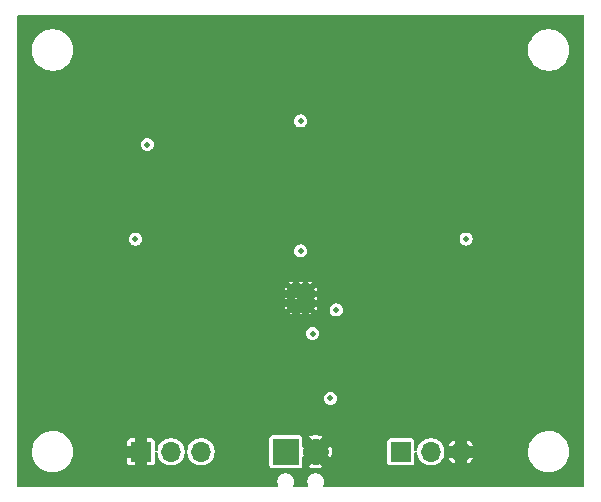
<source format=gbr>
%TF.GenerationSoftware,KiCad,Pcbnew,8.0.2*%
%TF.CreationDate,2025-01-07T09:10:32-03:00*%
%TF.ProjectId,LumiCom_Transmitter,4c756d69-436f-46d5-9f54-72616e736d69,rev?*%
%TF.SameCoordinates,Original*%
%TF.FileFunction,Copper,L2,Inr*%
%TF.FilePolarity,Positive*%
%FSLAX46Y46*%
G04 Gerber Fmt 4.6, Leading zero omitted, Abs format (unit mm)*
G04 Created by KiCad (PCBNEW 8.0.2) date 2025-01-07 09:10:32*
%MOMM*%
%LPD*%
G01*
G04 APERTURE LIST*
%TA.AperFunction,ComponentPad*%
%ADD10R,1.700000X1.700000*%
%TD*%
%TA.AperFunction,ComponentPad*%
%ADD11O,1.700000X1.700000*%
%TD*%
%TA.AperFunction,HeatsinkPad*%
%ADD12C,0.500000*%
%TD*%
%TA.AperFunction,ComponentPad*%
%ADD13R,2.200000X2.200000*%
%TD*%
%TA.AperFunction,ComponentPad*%
%ADD14C,2.200000*%
%TD*%
%TA.AperFunction,ViaPad*%
%ADD15C,0.500000*%
%TD*%
G04 APERTURE END LIST*
D10*
%TO.N,VCC*%
%TO.C,JP_A1*%
X33475000Y4000000D03*
D11*
%TO.N,Net-(JP_A1-C)*%
X36015000Y4000000D03*
%TO.N,GND*%
X38554999Y4000000D03*
%TD*%
D12*
%TO.N,GND*%
%TO.C,U1*%
X24200000Y17800000D03*
X24200000Y16200000D03*
X24200001Y17000000D03*
X25000000Y17799999D03*
X25000000Y17000000D03*
X25000000Y16200001D03*
X25799999Y17000000D03*
X25800000Y17800000D03*
X25800000Y16200000D03*
%TD*%
D10*
%TO.N,GND*%
%TO.C,JP_A0*%
X11474999Y4000000D03*
D11*
%TO.N,Net-(JP_A0-C)*%
X14014999Y4000000D03*
%TO.N,VCC*%
X16554998Y4000000D03*
%TD*%
D13*
%TO.N,Net-(J1-Pin_1)*%
%TO.C,J1*%
X23730000Y4000000D03*
D14*
%TO.N,GND*%
X26270000Y4000000D03*
%TD*%
D15*
%TO.N,GND*%
X29000000Y15000000D03*
X29000000Y13000000D03*
X23000000Y14000000D03*
X27000000Y14000000D03*
X26000000Y13000000D03*
X22000000Y10000000D03*
X28000000Y14000000D03*
X21000000Y13000000D03*
X21000000Y15000000D03*
X19000000Y11000000D03*
X19000000Y14000000D03*
X31000000Y24000000D03*
X21000000Y10000000D03*
X20000000Y14000000D03*
X20000000Y11000000D03*
X24000000Y11000000D03*
X20000000Y10000000D03*
X20000000Y12000000D03*
X11000000Y12000000D03*
X21000000Y24000000D03*
X15000000Y8000000D03*
X23000000Y13000000D03*
X22890000Y14890000D03*
X25000000Y14000000D03*
X20000000Y15000000D03*
X19000000Y13000000D03*
X28000000Y13000000D03*
X24000000Y13000000D03*
X28000000Y11000000D03*
X22000000Y15000000D03*
X23000000Y11000000D03*
X31000000Y14000000D03*
X26000000Y12000000D03*
X19000000Y12000000D03*
X30000000Y12000000D03*
X31000000Y13000000D03*
X22000000Y14000000D03*
X24000000Y12000000D03*
X35000000Y8000000D03*
X31000000Y10000000D03*
X19000000Y24000000D03*
X29000000Y14000000D03*
X14000000Y25000000D03*
X23000000Y12000000D03*
X29000000Y22000000D03*
X30000000Y13000000D03*
X19000000Y10000000D03*
X22000000Y12000000D03*
X19000000Y22000000D03*
X31000000Y22000000D03*
X36000000Y25000000D03*
X27000000Y13000000D03*
X25000000Y27000000D03*
X29000000Y10000000D03*
X22000000Y13000000D03*
X29000000Y11000000D03*
X19000000Y15000000D03*
X28000000Y15000000D03*
X28000000Y12000000D03*
X20000000Y13000000D03*
X26000000Y11000000D03*
X21000000Y12000000D03*
X39000000Y12000000D03*
X21000000Y14000000D03*
X22000000Y11000000D03*
X30000000Y11000000D03*
X27000000Y11000000D03*
X21000000Y22000000D03*
X29000000Y24000000D03*
X28000000Y10000000D03*
X31000000Y12000000D03*
X24000000Y14000000D03*
X31000000Y11000000D03*
X30000000Y15000000D03*
X29000000Y12000000D03*
X23000000Y10000000D03*
X30000000Y10000000D03*
X27000000Y10000000D03*
X3000000Y30000000D03*
X27000000Y12000000D03*
X30000000Y14000000D03*
X31000000Y15000000D03*
X21000000Y11000000D03*
%TO.N,VCC*%
X25000000Y32000000D03*
X12000000Y30000000D03*
X27500000Y8500000D03*
X11000000Y22000000D03*
X25000000Y21000000D03*
X39000000Y22000000D03*
%TO.N,Net-(JP_A0-C)*%
X26000000Y14000000D03*
%TO.N,Net-(JP_A1-C)*%
X28000000Y16000000D03*
%TD*%
%TA.AperFunction,Conductor*%
%TO.N,GND*%
G36*
X48943039Y40980315D02*
G01*
X48988794Y40927511D01*
X49000000Y40876000D01*
X49000000Y1124000D01*
X48980315Y1056961D01*
X48927511Y1011206D01*
X48876000Y1000000D01*
X27023257Y1000000D01*
X26956218Y1019685D01*
X26910463Y1072489D01*
X26900519Y1141647D01*
X26908696Y1171452D01*
X26943578Y1255668D01*
X26943580Y1255672D01*
X26970500Y1391007D01*
X26970500Y1528993D01*
X26970500Y1528996D01*
X26943581Y1664323D01*
X26943580Y1664324D01*
X26943580Y1664328D01*
X26943578Y1664333D01*
X26890778Y1791805D01*
X26890771Y1791818D01*
X26814114Y1906542D01*
X26814111Y1906546D01*
X26716545Y2004112D01*
X26716541Y2004115D01*
X26601817Y2080772D01*
X26601804Y2080779D01*
X26474332Y2133579D01*
X26474322Y2133582D01*
X26338995Y2160500D01*
X26338993Y2160500D01*
X26201007Y2160500D01*
X26201005Y2160500D01*
X26065677Y2133582D01*
X26065667Y2133579D01*
X25938195Y2080779D01*
X25938182Y2080772D01*
X25823458Y2004115D01*
X25823454Y2004112D01*
X25725888Y1906546D01*
X25725885Y1906542D01*
X25649228Y1791818D01*
X25649221Y1791805D01*
X25596421Y1664333D01*
X25596418Y1664323D01*
X25569500Y1528996D01*
X25569500Y1528993D01*
X25569500Y1391007D01*
X25569500Y1391005D01*
X25569499Y1391005D01*
X25596418Y1255678D01*
X25596421Y1255668D01*
X25631304Y1171452D01*
X25638773Y1101982D01*
X25607497Y1039503D01*
X25547408Y1003852D01*
X25516743Y1000000D01*
X24483257Y1000000D01*
X24416218Y1019685D01*
X24370463Y1072489D01*
X24360519Y1141647D01*
X24368696Y1171452D01*
X24403578Y1255668D01*
X24403580Y1255672D01*
X24430500Y1391007D01*
X24430500Y1528993D01*
X24430500Y1528996D01*
X24403581Y1664323D01*
X24403580Y1664324D01*
X24403580Y1664328D01*
X24403578Y1664333D01*
X24350778Y1791805D01*
X24350771Y1791818D01*
X24274114Y1906542D01*
X24274111Y1906546D01*
X24176545Y2004112D01*
X24176541Y2004115D01*
X24061817Y2080772D01*
X24061804Y2080779D01*
X23934332Y2133579D01*
X23934322Y2133582D01*
X23798995Y2160500D01*
X23798993Y2160500D01*
X23661007Y2160500D01*
X23661005Y2160500D01*
X23525677Y2133582D01*
X23525667Y2133579D01*
X23398195Y2080779D01*
X23398182Y2080772D01*
X23283458Y2004115D01*
X23283454Y2004112D01*
X23185888Y1906546D01*
X23185885Y1906542D01*
X23109228Y1791818D01*
X23109221Y1791805D01*
X23056421Y1664333D01*
X23056418Y1664323D01*
X23029500Y1528996D01*
X23029500Y1528993D01*
X23029500Y1391007D01*
X23029500Y1391005D01*
X23029499Y1391005D01*
X23056418Y1255678D01*
X23056421Y1255668D01*
X23091304Y1171452D01*
X23098773Y1101982D01*
X23067497Y1039503D01*
X23007408Y1003852D01*
X22976743Y1000000D01*
X1124000Y1000000D01*
X1056961Y1019685D01*
X1011206Y1072489D01*
X1000000Y1124000D01*
X1000000Y4114742D01*
X2249500Y4114742D01*
X2249500Y3885259D01*
X2274446Y3695785D01*
X2279452Y3657762D01*
X2317371Y3516245D01*
X2338842Y3436113D01*
X2426650Y3224124D01*
X2426657Y3224110D01*
X2541392Y3025383D01*
X2681081Y2843339D01*
X2681089Y2843330D01*
X2843330Y2681089D01*
X2843338Y2681082D01*
X3025382Y2541393D01*
X3025385Y2541392D01*
X3025388Y2541389D01*
X3224112Y2426656D01*
X3224117Y2426654D01*
X3224123Y2426651D01*
X3315480Y2388810D01*
X3436113Y2338842D01*
X3657762Y2279452D01*
X3885266Y2249500D01*
X3885273Y2249500D01*
X4114727Y2249500D01*
X4114734Y2249500D01*
X4342238Y2279452D01*
X4563887Y2338842D01*
X4775888Y2426656D01*
X4974612Y2541389D01*
X5156661Y2681081D01*
X5156665Y2681086D01*
X5156670Y2681089D01*
X5318911Y2843330D01*
X5318914Y2843335D01*
X5318919Y2843339D01*
X5458611Y3025388D01*
X5504699Y3105215D01*
X10325000Y3105215D01*
X10325001Y3105192D01*
X10327907Y3080131D01*
X10327908Y3080127D01*
X10373210Y2977526D01*
X10373213Y2977521D01*
X10452519Y2898215D01*
X10452524Y2898212D01*
X10555122Y2852911D01*
X10580205Y2850001D01*
X10974998Y2850001D01*
X10974999Y2850002D01*
X10974999Y3500000D01*
X10325000Y3500000D01*
X10325000Y3105215D01*
X5504699Y3105215D01*
X5573344Y3224112D01*
X5661158Y3436113D01*
X5720548Y3657762D01*
X5750500Y3885266D01*
X5750500Y4065826D01*
X10974999Y4065826D01*
X10974999Y3934174D01*
X11009074Y3807007D01*
X11074900Y3692993D01*
X11167992Y3599901D01*
X11282006Y3534075D01*
X11409173Y3500000D01*
X11540825Y3500000D01*
X11667992Y3534075D01*
X11782006Y3599901D01*
X11875098Y3692993D01*
X11940924Y3807007D01*
X11974999Y3934174D01*
X11974999Y2850001D01*
X12369785Y2850001D01*
X12369807Y2850003D01*
X12394868Y2852909D01*
X12394872Y2852910D01*
X12497473Y2898212D01*
X12497478Y2898215D01*
X12576784Y2977521D01*
X12576787Y2977526D01*
X12622088Y3080123D01*
X12622088Y3080125D01*
X12624998Y3105206D01*
X12624998Y3849347D01*
X12644682Y3916386D01*
X12697486Y3962141D01*
X12766645Y3972085D01*
X12830201Y3943060D01*
X12867975Y3884282D01*
X12872469Y3860789D01*
X12877453Y3807007D01*
X12879243Y3787690D01*
X12932674Y3599901D01*
X12937595Y3582608D01*
X12937595Y3582606D01*
X13032631Y3391747D01*
X13159226Y3224110D01*
X13161127Y3221593D01*
X13318697Y3077948D01*
X13499980Y2965702D01*
X13698801Y2888679D01*
X13908389Y2849500D01*
X13908391Y2849500D01*
X14121607Y2849500D01*
X14121609Y2849500D01*
X14331197Y2888679D01*
X14530018Y2965702D01*
X14711301Y3077948D01*
X14868871Y3221593D01*
X14997365Y3391745D01*
X15015850Y3428868D01*
X15092402Y3582606D01*
X15092402Y3582607D01*
X15092404Y3582611D01*
X15150755Y3787690D01*
X15161527Y3903948D01*
X15187313Y3968883D01*
X15229629Y3999196D01*
X15338118Y3999196D01*
X15374501Y3978326D01*
X15406691Y3916314D01*
X15408469Y3903947D01*
X15417452Y3807007D01*
X15419242Y3787690D01*
X15472673Y3599901D01*
X15477594Y3582608D01*
X15477594Y3582606D01*
X15572630Y3391747D01*
X15699225Y3224110D01*
X15701126Y3221593D01*
X15858696Y3077948D01*
X16039979Y2965702D01*
X16238800Y2888679D01*
X16448388Y2849500D01*
X16448390Y2849500D01*
X16661606Y2849500D01*
X16661608Y2849500D01*
X16871196Y2888679D01*
X17070017Y2965702D01*
X17251300Y3077948D01*
X17408870Y3221593D01*
X17537364Y3391745D01*
X17555849Y3428868D01*
X17632401Y3582606D01*
X17632401Y3582607D01*
X17632403Y3582611D01*
X17690754Y3787690D01*
X17710427Y4000000D01*
X17710426Y4000006D01*
X17706815Y4038982D01*
X17690754Y4212310D01*
X17632403Y4417389D01*
X17632401Y4417394D01*
X17632401Y4417395D01*
X17537365Y4608254D01*
X17408870Y4778407D01*
X17251300Y4922052D01*
X17070017Y5034298D01*
X17070015Y5034299D01*
X16970606Y5072810D01*
X16871196Y5111321D01*
X16691731Y5144869D01*
X22329500Y5144869D01*
X22329500Y2855144D01*
X22329502Y2855118D01*
X22332413Y2830013D01*
X22332415Y2830009D01*
X22377793Y2727236D01*
X22377794Y2727235D01*
X22457235Y2647794D01*
X22560009Y2602415D01*
X22585135Y2599500D01*
X24874864Y2599501D01*
X24874879Y2599503D01*
X24874882Y2599503D01*
X24899987Y2602414D01*
X24899988Y2602415D01*
X24899991Y2602415D01*
X25002765Y2647794D01*
X25073787Y2718816D01*
X25695919Y2718816D01*
X25705693Y2713527D01*
X25705707Y2713521D01*
X25925139Y2638189D01*
X26153993Y2600000D01*
X26386007Y2600000D01*
X26614860Y2638189D01*
X26834290Y2713519D01*
X26834299Y2713523D01*
X26844078Y2718816D01*
X26844079Y2718816D01*
X26266531Y3296364D01*
X26253350Y3287557D01*
X26250315Y3277219D01*
X26233681Y3256577D01*
X25695919Y2718816D01*
X25073787Y2718816D01*
X25082206Y2727235D01*
X25127585Y2830009D01*
X25130500Y2855135D01*
X25130499Y3516248D01*
X25150183Y3583284D01*
X25166818Y3603926D01*
X25562893Y4000001D01*
X25490485Y4072409D01*
X25720000Y4072409D01*
X25720000Y3927591D01*
X25757482Y3787708D01*
X25829890Y3662292D01*
X25932292Y3559890D01*
X26057708Y3487482D01*
X26197591Y3450000D01*
X26342409Y3450000D01*
X26482292Y3487482D01*
X26607708Y3559890D01*
X26710110Y3662292D01*
X26782518Y3787708D01*
X26820000Y3927591D01*
X26820000Y4003469D01*
X26973636Y4003469D01*
X27548238Y3428867D01*
X27548239Y3428868D01*
X27598681Y3543860D01*
X27655638Y3768782D01*
X27674798Y4000000D01*
X27674798Y4000006D01*
X27655638Y4231219D01*
X27598682Y4456135D01*
X27548238Y4571135D01*
X27013424Y4036319D01*
X26985339Y4020984D01*
X26973636Y4003469D01*
X26820000Y4003469D01*
X26820000Y4072409D01*
X26782518Y4212292D01*
X26710110Y4337708D01*
X26607708Y4440110D01*
X26482292Y4512518D01*
X26342409Y4550000D01*
X26197591Y4550000D01*
X26057708Y4512518D01*
X25932292Y4440110D01*
X25829890Y4337708D01*
X25757482Y4212292D01*
X25720000Y4072409D01*
X25490485Y4072409D01*
X25166818Y4396076D01*
X25133333Y4457399D01*
X25130499Y4483757D01*
X25130499Y5144857D01*
X25130499Y5144864D01*
X25130241Y5147092D01*
X25127586Y5169988D01*
X25127585Y5169990D01*
X25127585Y5169991D01*
X25082206Y5272765D01*
X25073785Y5281186D01*
X25695919Y5281186D01*
X26269998Y4707108D01*
X26269999Y4707107D01*
X26270000Y4707107D01*
X26270000Y4707108D01*
X26457761Y4894869D01*
X32324500Y4894869D01*
X32324500Y3105144D01*
X32324502Y3105118D01*
X32327413Y3080013D01*
X32327415Y3080009D01*
X32372793Y2977236D01*
X32372794Y2977235D01*
X32452235Y2897794D01*
X32555009Y2852415D01*
X32580135Y2849500D01*
X34369864Y2849501D01*
X34369879Y2849503D01*
X34369882Y2849503D01*
X34394987Y2852414D01*
X34394988Y2852415D01*
X34394991Y2852415D01*
X34497765Y2897794D01*
X34577206Y2977235D01*
X34622585Y3080009D01*
X34625500Y3105135D01*
X34625499Y3843954D01*
X34645183Y3910991D01*
X34697987Y3956746D01*
X34767146Y3966690D01*
X34830702Y3937665D01*
X34868476Y3878887D01*
X34872970Y3855394D01*
X34877454Y3807007D01*
X34879244Y3787690D01*
X34932675Y3599901D01*
X34937596Y3582608D01*
X34937596Y3582606D01*
X35032632Y3391747D01*
X35159227Y3224110D01*
X35161128Y3221593D01*
X35318698Y3077948D01*
X35499981Y2965702D01*
X35698802Y2888679D01*
X35908390Y2849500D01*
X35908392Y2849500D01*
X36121608Y2849500D01*
X36121610Y2849500D01*
X36331198Y2888679D01*
X36530019Y2965702D01*
X36711302Y3077948D01*
X36868872Y3221593D01*
X36997366Y3391745D01*
X37015851Y3428868D01*
X37051270Y3500000D01*
X37519287Y3500000D01*
X37573058Y3392011D01*
X37701499Y3221929D01*
X37858999Y3078349D01*
X37859001Y3078347D01*
X38040201Y2966153D01*
X38040203Y2966152D01*
X38054999Y2960421D01*
X38054999Y2960422D01*
X39054999Y2960422D01*
X39069794Y2966152D01*
X39069796Y2966153D01*
X39250996Y3078347D01*
X39250998Y3078349D01*
X39408498Y3221929D01*
X39536939Y3392011D01*
X39590711Y3500000D01*
X39054999Y3500000D01*
X39054999Y2960422D01*
X38054999Y2960422D01*
X38054999Y3500000D01*
X37519287Y3500000D01*
X37051270Y3500000D01*
X37092403Y3582606D01*
X37092403Y3582607D01*
X37092405Y3582611D01*
X37150756Y3787690D01*
X37170429Y4000000D01*
X37170428Y4000006D01*
X37166817Y4038982D01*
X37164330Y4065826D01*
X38054999Y4065826D01*
X38054999Y3934174D01*
X38089074Y3807007D01*
X38154900Y3692993D01*
X38247992Y3599901D01*
X38362006Y3534075D01*
X38489173Y3500000D01*
X38620825Y3500000D01*
X38747992Y3534075D01*
X38862006Y3599901D01*
X38955098Y3692993D01*
X39020924Y3807007D01*
X39054999Y3934174D01*
X39054999Y4065826D01*
X39041892Y4114742D01*
X44249500Y4114742D01*
X44249500Y3885259D01*
X44274446Y3695785D01*
X44279452Y3657762D01*
X44317371Y3516245D01*
X44338842Y3436113D01*
X44426650Y3224124D01*
X44426657Y3224110D01*
X44541392Y3025383D01*
X44681081Y2843339D01*
X44681089Y2843330D01*
X44843330Y2681089D01*
X44843338Y2681082D01*
X45025382Y2541393D01*
X45025385Y2541392D01*
X45025388Y2541389D01*
X45224112Y2426656D01*
X45224117Y2426654D01*
X45224123Y2426651D01*
X45315480Y2388810D01*
X45436113Y2338842D01*
X45657762Y2279452D01*
X45885266Y2249500D01*
X45885273Y2249500D01*
X46114727Y2249500D01*
X46114734Y2249500D01*
X46342238Y2279452D01*
X46563887Y2338842D01*
X46775888Y2426656D01*
X46974612Y2541389D01*
X47156661Y2681081D01*
X47156665Y2681086D01*
X47156670Y2681089D01*
X47318911Y2843330D01*
X47318914Y2843335D01*
X47318919Y2843339D01*
X47458611Y3025388D01*
X47573344Y3224112D01*
X47661158Y3436113D01*
X47720548Y3657762D01*
X47750500Y3885266D01*
X47750500Y4114734D01*
X47720548Y4342238D01*
X47661158Y4563887D01*
X47573344Y4775888D01*
X47458611Y4974612D01*
X47458608Y4974615D01*
X47458607Y4974618D01*
X47353710Y5111321D01*
X47318919Y5156661D01*
X47318918Y5156662D01*
X47318911Y5156670D01*
X47156670Y5318911D01*
X47156661Y5318919D01*
X46974617Y5458608D01*
X46775890Y5573343D01*
X46775876Y5573350D01*
X46563887Y5661158D01*
X46342238Y5720548D01*
X46304215Y5725554D01*
X46114741Y5750500D01*
X46114734Y5750500D01*
X45885266Y5750500D01*
X45885258Y5750500D01*
X45668715Y5721991D01*
X45657762Y5720548D01*
X45564076Y5695446D01*
X45436112Y5661158D01*
X45224123Y5573350D01*
X45224109Y5573343D01*
X45025382Y5458608D01*
X44843338Y5318919D01*
X44681081Y5156662D01*
X44541392Y4974618D01*
X44426657Y4775891D01*
X44426650Y4775877D01*
X44341844Y4571135D01*
X44338842Y4563887D01*
X44299590Y4417393D01*
X44279453Y4342241D01*
X44279451Y4342230D01*
X44249500Y4114742D01*
X39041892Y4114742D01*
X39020924Y4192993D01*
X38955098Y4307007D01*
X38862006Y4400099D01*
X38747992Y4465925D01*
X38620825Y4500000D01*
X39054999Y4500000D01*
X39590711Y4500000D01*
X39590711Y4500001D01*
X39536939Y4607990D01*
X39408498Y4778072D01*
X39250998Y4921652D01*
X39250996Y4921654D01*
X39069800Y5033845D01*
X39069792Y5033849D01*
X39054999Y5039581D01*
X39054999Y4500000D01*
X38620825Y4500000D01*
X38489173Y4500000D01*
X38362006Y4465925D01*
X38247992Y4400099D01*
X38154900Y4307007D01*
X38089074Y4192993D01*
X38054999Y4065826D01*
X37164330Y4065826D01*
X37150756Y4212310D01*
X37092405Y4417389D01*
X37092403Y4417394D01*
X37092403Y4417395D01*
X37051270Y4500001D01*
X37519286Y4500001D01*
X37519287Y4500000D01*
X38054999Y4500000D01*
X38054999Y5039580D01*
X38054998Y5039581D01*
X38040205Y5033849D01*
X38040197Y5033845D01*
X37859001Y4921654D01*
X37858999Y4921652D01*
X37701499Y4778072D01*
X37573058Y4607990D01*
X37519286Y4500001D01*
X37051270Y4500001D01*
X36997367Y4608254D01*
X36868872Y4778407D01*
X36711302Y4922052D01*
X36530019Y5034298D01*
X36530017Y5034299D01*
X36430608Y5072810D01*
X36331198Y5111321D01*
X36121610Y5150500D01*
X35908390Y5150500D01*
X35698802Y5111321D01*
X35698799Y5111321D01*
X35698799Y5111320D01*
X35499982Y5034299D01*
X35499980Y5034298D01*
X35318699Y4922053D01*
X35161127Y4778407D01*
X35032632Y4608254D01*
X34937596Y4417395D01*
X34937596Y4417393D01*
X34879244Y4212311D01*
X34872970Y4144606D01*
X34847183Y4079669D01*
X34790383Y4038982D01*
X34720602Y4035462D01*
X34659995Y4070228D01*
X34627806Y4132241D01*
X34625499Y4156048D01*
X34625499Y4894857D01*
X34625499Y4894864D01*
X34625497Y4894883D01*
X34622586Y4919988D01*
X34622585Y4919990D01*
X34622585Y4919991D01*
X34577206Y5022765D01*
X34497765Y5102206D01*
X34477124Y5111320D01*
X34394992Y5147585D01*
X34369865Y5150500D01*
X32580143Y5150500D01*
X32580117Y5150498D01*
X32555012Y5147587D01*
X32555008Y5147585D01*
X32452235Y5102207D01*
X32372794Y5022766D01*
X32327415Y4919994D01*
X32327415Y4919992D01*
X32324500Y4894869D01*
X26457761Y4894869D01*
X26844079Y5281186D01*
X26844078Y5281187D01*
X26834300Y5286478D01*
X26614860Y5361812D01*
X26386007Y5400000D01*
X26153993Y5400000D01*
X25925139Y5361812D01*
X25705709Y5286481D01*
X25705702Y5286479D01*
X25695919Y5281186D01*
X25073785Y5281186D01*
X25002765Y5352206D01*
X25002763Y5352207D01*
X24899992Y5397585D01*
X24874865Y5400500D01*
X22585143Y5400500D01*
X22585117Y5400498D01*
X22560012Y5397587D01*
X22560008Y5397585D01*
X22457235Y5352207D01*
X22377794Y5272766D01*
X22332415Y5169994D01*
X22332415Y5169992D01*
X22329500Y5144869D01*
X16691731Y5144869D01*
X16661608Y5150500D01*
X16448388Y5150500D01*
X16238800Y5111321D01*
X16238797Y5111321D01*
X16238797Y5111320D01*
X16039980Y5034299D01*
X16039978Y5034298D01*
X15858697Y4922053D01*
X15701125Y4778407D01*
X15572630Y4608254D01*
X15477594Y4417395D01*
X15477594Y4417393D01*
X15419242Y4212311D01*
X15408469Y4096054D01*
X15382683Y4031117D01*
X15338118Y3999196D01*
X15229629Y3999196D01*
X15231876Y4000806D01*
X15195495Y4021676D01*
X15163305Y4083688D01*
X15161527Y4096055D01*
X15159797Y4114728D01*
X15150755Y4212310D01*
X15092404Y4417389D01*
X15092402Y4417394D01*
X15092402Y4417395D01*
X14997366Y4608254D01*
X14868871Y4778407D01*
X14711301Y4922052D01*
X14530018Y5034298D01*
X14530016Y5034299D01*
X14430607Y5072810D01*
X14331197Y5111321D01*
X14121609Y5150500D01*
X13908389Y5150500D01*
X13698801Y5111321D01*
X13698798Y5111321D01*
X13698798Y5111320D01*
X13499981Y5034299D01*
X13499979Y5034298D01*
X13318698Y4922053D01*
X13161126Y4778407D01*
X13032631Y4608254D01*
X12937595Y4417395D01*
X12937595Y4417393D01*
X12879243Y4212311D01*
X12872469Y4139210D01*
X12846682Y4074273D01*
X12789882Y4033586D01*
X12720101Y4030066D01*
X12659495Y4064832D01*
X12627305Y4126845D01*
X12624998Y4150652D01*
X12624998Y4894786D01*
X12624996Y4894809D01*
X12622090Y4919870D01*
X12622089Y4919874D01*
X12576787Y5022475D01*
X12576784Y5022480D01*
X12497478Y5101786D01*
X12497473Y5101789D01*
X12394875Y5147090D01*
X12369793Y5150000D01*
X11974999Y5150000D01*
X11974999Y4065826D01*
X11940924Y4192993D01*
X11875098Y4307007D01*
X11782006Y4400099D01*
X11667992Y4465925D01*
X11540825Y4500000D01*
X11409173Y4500000D01*
X11282006Y4465925D01*
X11167992Y4400099D01*
X11074900Y4307007D01*
X11009074Y4192993D01*
X10974999Y4065826D01*
X5750500Y4065826D01*
X5750500Y4114734D01*
X5720548Y4342238D01*
X5661158Y4563887D01*
X5573344Y4775888D01*
X5504693Y4894795D01*
X10324999Y4894795D01*
X10324999Y4500000D01*
X10974999Y4500000D01*
X10974999Y5150000D01*
X10580213Y5150000D01*
X10580190Y5149998D01*
X10555129Y5147092D01*
X10555125Y5147091D01*
X10452524Y5101789D01*
X10452519Y5101786D01*
X10373213Y5022480D01*
X10373210Y5022475D01*
X10327909Y4919878D01*
X10327909Y4919876D01*
X10324999Y4894795D01*
X5504693Y4894795D01*
X5458611Y4974612D01*
X5458608Y4974615D01*
X5458607Y4974618D01*
X5353710Y5111321D01*
X5318919Y5156661D01*
X5318918Y5156662D01*
X5318911Y5156670D01*
X5156670Y5318911D01*
X5156661Y5318919D01*
X4974617Y5458608D01*
X4775890Y5573343D01*
X4775876Y5573350D01*
X4563887Y5661158D01*
X4342238Y5720548D01*
X4304215Y5725554D01*
X4114741Y5750500D01*
X4114734Y5750500D01*
X3885266Y5750500D01*
X3885258Y5750500D01*
X3668715Y5721991D01*
X3657762Y5720548D01*
X3564076Y5695446D01*
X3436112Y5661158D01*
X3224123Y5573350D01*
X3224109Y5573343D01*
X3025382Y5458608D01*
X2843338Y5318919D01*
X2681081Y5156662D01*
X2541392Y4974618D01*
X2426657Y4775891D01*
X2426650Y4775877D01*
X2341844Y4571135D01*
X2338842Y4563887D01*
X2299590Y4417393D01*
X2279453Y4342241D01*
X2279451Y4342230D01*
X2249500Y4114742D01*
X1000000Y4114742D01*
X1000000Y8500001D01*
X26944750Y8500001D01*
X26944750Y8500000D01*
X26963670Y8356292D01*
X26963671Y8356288D01*
X27019137Y8222378D01*
X27019138Y8222376D01*
X27019139Y8222375D01*
X27107379Y8107379D01*
X27222375Y8019139D01*
X27356291Y7963670D01*
X27483280Y7946952D01*
X27499999Y7944750D01*
X27500000Y7944750D01*
X27500001Y7944750D01*
X27514977Y7946722D01*
X27643709Y7963670D01*
X27777625Y8019139D01*
X27892621Y8107379D01*
X27980861Y8222375D01*
X28036330Y8356291D01*
X28055250Y8500000D01*
X28036330Y8643709D01*
X27980861Y8777625D01*
X27892621Y8892621D01*
X27777625Y8980861D01*
X27777624Y8980862D01*
X27777622Y8980863D01*
X27643712Y9036329D01*
X27643710Y9036330D01*
X27643709Y9036330D01*
X27571854Y9045790D01*
X27500001Y9055250D01*
X27499999Y9055250D01*
X27356291Y9036330D01*
X27356287Y9036329D01*
X27222377Y8980863D01*
X27107379Y8892621D01*
X27019137Y8777623D01*
X26963671Y8643713D01*
X26963670Y8643709D01*
X26944750Y8500001D01*
X1000000Y8500001D01*
X1000000Y14000001D01*
X25444750Y14000001D01*
X25444750Y14000000D01*
X25463670Y13856292D01*
X25463671Y13856288D01*
X25519137Y13722378D01*
X25519138Y13722376D01*
X25519139Y13722375D01*
X25607379Y13607379D01*
X25722375Y13519139D01*
X25856291Y13463670D01*
X25983280Y13446952D01*
X25999999Y13444750D01*
X26000000Y13444750D01*
X26000001Y13444750D01*
X26014977Y13446722D01*
X26143709Y13463670D01*
X26277625Y13519139D01*
X26392621Y13607379D01*
X26480861Y13722375D01*
X26536330Y13856291D01*
X26555250Y14000000D01*
X26536330Y14143709D01*
X26480861Y14277625D01*
X26392621Y14392621D01*
X26277625Y14480861D01*
X26277624Y14480862D01*
X26277622Y14480863D01*
X26143712Y14536329D01*
X26143710Y14536330D01*
X26143709Y14536330D01*
X26071854Y14545790D01*
X26000001Y14555250D01*
X25999999Y14555250D01*
X25856291Y14536330D01*
X25856287Y14536329D01*
X25722377Y14480863D01*
X25607379Y14392621D01*
X25519137Y14277623D01*
X25463671Y14143713D01*
X25463670Y14143709D01*
X25444750Y14000001D01*
X1000000Y14000001D01*
X1000000Y15675497D01*
X24029048Y15675497D01*
X24029048Y15675496D01*
X24056420Y15664158D01*
X24199999Y15645254D01*
X24200001Y15645254D01*
X24343574Y15664157D01*
X24343578Y15664158D01*
X24370951Y15675497D01*
X24370950Y15675498D01*
X24829048Y15675498D01*
X24829048Y15675497D01*
X24856420Y15664159D01*
X24999999Y15645255D01*
X25000001Y15645255D01*
X25143574Y15664158D01*
X25143578Y15664159D01*
X25170949Y15675497D01*
X25629048Y15675497D01*
X25629048Y15675496D01*
X25656420Y15664158D01*
X25799999Y15645254D01*
X25800001Y15645254D01*
X25943574Y15664157D01*
X25943578Y15664158D01*
X25970951Y15675497D01*
X25800001Y15846447D01*
X25629048Y15675497D01*
X25170949Y15675497D01*
X25170951Y15675498D01*
X25000001Y15846448D01*
X24829048Y15675498D01*
X24370950Y15675498D01*
X24200001Y15846447D01*
X24029048Y15675497D01*
X1000000Y15675497D01*
X1000000Y16000001D01*
X27444750Y16000001D01*
X27444750Y16000000D01*
X27463670Y15856292D01*
X27463671Y15856288D01*
X27519137Y15722378D01*
X27519138Y15722376D01*
X27519139Y15722375D01*
X27607379Y15607379D01*
X27722375Y15519139D01*
X27856291Y15463670D01*
X27983280Y15446952D01*
X27999999Y15444750D01*
X28000000Y15444750D01*
X28000001Y15444750D01*
X28014977Y15446722D01*
X28143709Y15463670D01*
X28277625Y15519139D01*
X28392621Y15607379D01*
X28480861Y15722375D01*
X28536330Y15856291D01*
X28555250Y16000000D01*
X28536330Y16143709D01*
X28480861Y16277625D01*
X28392621Y16392621D01*
X28277625Y16480861D01*
X28277624Y16480862D01*
X28277622Y16480863D01*
X28143712Y16536329D01*
X28143710Y16536330D01*
X28143709Y16536330D01*
X28071854Y16545790D01*
X28000001Y16555250D01*
X27999999Y16555250D01*
X27856291Y16536330D01*
X27856287Y16536329D01*
X27722377Y16480863D01*
X27607379Y16392621D01*
X27519137Y16277623D01*
X27463671Y16143713D01*
X27463670Y16143709D01*
X27444750Y16000001D01*
X1000000Y16000001D01*
X1000000Y16200001D01*
X23645254Y16200001D01*
X23645254Y16200000D01*
X23664157Y16056421D01*
X23664157Y16056420D01*
X23675494Y16029050D01*
X23846446Y16200001D01*
X23826556Y16219891D01*
X24100000Y16219891D01*
X24100000Y16180109D01*
X24115224Y16143355D01*
X24143355Y16115224D01*
X24180109Y16100000D01*
X24219891Y16100000D01*
X24256645Y16115224D01*
X24284776Y16143355D01*
X24300000Y16180109D01*
X24300000Y16200000D01*
X24553553Y16200000D01*
X24553553Y16199999D01*
X24599998Y16153554D01*
X24646446Y16200002D01*
X24626556Y16219892D01*
X24900000Y16219892D01*
X24900000Y16180110D01*
X24915224Y16143356D01*
X24943355Y16115225D01*
X24980109Y16100001D01*
X25019891Y16100001D01*
X25056645Y16115225D01*
X25084776Y16143356D01*
X25100000Y16180110D01*
X25100000Y16200001D01*
X25353553Y16200001D01*
X25353553Y16200000D01*
X25399999Y16153554D01*
X25446446Y16200001D01*
X25426556Y16219891D01*
X25700000Y16219891D01*
X25700000Y16180109D01*
X25715224Y16143355D01*
X25743355Y16115224D01*
X25780109Y16100000D01*
X25819891Y16100000D01*
X25856645Y16115224D01*
X25884776Y16143355D01*
X25900000Y16180109D01*
X25900000Y16200000D01*
X26153553Y16200000D01*
X26153553Y16199999D01*
X26324503Y16029049D01*
X26335842Y16056422D01*
X26335843Y16056426D01*
X26354746Y16200000D01*
X26354746Y16200001D01*
X26335842Y16343580D01*
X26324504Y16370952D01*
X26324503Y16370952D01*
X26153553Y16200000D01*
X25900000Y16200000D01*
X25900000Y16219891D01*
X25884776Y16256645D01*
X25856645Y16284776D01*
X25819891Y16300000D01*
X25780109Y16300000D01*
X25743355Y16284776D01*
X25715224Y16256645D01*
X25700000Y16219891D01*
X25426556Y16219891D01*
X25399999Y16246448D01*
X25353553Y16200001D01*
X25100000Y16200001D01*
X25100000Y16219892D01*
X25084776Y16256646D01*
X25056645Y16284777D01*
X25019891Y16300001D01*
X24980109Y16300001D01*
X24943355Y16284777D01*
X24915224Y16256646D01*
X24900000Y16219892D01*
X24626556Y16219892D01*
X24600000Y16246448D01*
X24553553Y16200000D01*
X24300000Y16200000D01*
X24300000Y16219891D01*
X24284776Y16256645D01*
X24256645Y16284776D01*
X24219891Y16300000D01*
X24180109Y16300000D01*
X24143355Y16284776D01*
X24115224Y16256645D01*
X24100000Y16219891D01*
X23826556Y16219891D01*
X23675495Y16370952D01*
X23664156Y16343578D01*
X23645254Y16200001D01*
X1000000Y16200001D01*
X1000000Y16600000D01*
X24153553Y16600000D01*
X24199999Y16553554D01*
X24246446Y16600001D01*
X24953553Y16600001D01*
X24999999Y16553555D01*
X25046445Y16600001D01*
X25753552Y16600001D01*
X25799999Y16553554D01*
X25846446Y16600001D01*
X25800000Y16646447D01*
X25753552Y16600001D01*
X25046445Y16600001D01*
X25046446Y16600002D01*
X25000001Y16646447D01*
X24953553Y16600001D01*
X24246446Y16600001D01*
X24246447Y16600002D01*
X24200002Y16646447D01*
X24153553Y16600000D01*
X1000000Y16600000D01*
X1000000Y17000001D01*
X23645255Y17000001D01*
X23645255Y17000000D01*
X23664158Y16856421D01*
X23664158Y16856420D01*
X23675495Y16829050D01*
X23846447Y17000001D01*
X23826557Y17019891D01*
X24100001Y17019891D01*
X24100001Y16980109D01*
X24115225Y16943355D01*
X24143356Y16915224D01*
X24180110Y16900000D01*
X24219892Y16900000D01*
X24256646Y16915224D01*
X24284777Y16943355D01*
X24300001Y16980109D01*
X24300001Y17000000D01*
X24553554Y17000000D01*
X24553554Y16999999D01*
X24599999Y16953554D01*
X24646446Y17000001D01*
X24626556Y17019891D01*
X24900000Y17019891D01*
X24900000Y16980109D01*
X24915224Y16943355D01*
X24943355Y16915224D01*
X24980109Y16900000D01*
X25019891Y16900000D01*
X25056645Y16915224D01*
X25084776Y16943355D01*
X25100000Y16980109D01*
X25100000Y17000000D01*
X25353553Y17000000D01*
X25353553Y16999999D01*
X25399998Y16953554D01*
X25446445Y17000001D01*
X25426555Y17019891D01*
X25699999Y17019891D01*
X25699999Y16980109D01*
X25715223Y16943355D01*
X25743354Y16915224D01*
X25780108Y16900000D01*
X25819890Y16900000D01*
X25856644Y16915224D01*
X25884775Y16943355D01*
X25899999Y16980109D01*
X25899999Y17000000D01*
X26153552Y17000000D01*
X26153552Y16999999D01*
X26324502Y16829049D01*
X26335841Y16856422D01*
X26335842Y16856426D01*
X26354745Y17000000D01*
X26354745Y17000001D01*
X26335841Y17143580D01*
X26324503Y17170952D01*
X26324502Y17170952D01*
X26153552Y17000000D01*
X25899999Y17000000D01*
X25899999Y17019891D01*
X25884775Y17056645D01*
X25856644Y17084776D01*
X25819890Y17100000D01*
X25780108Y17100000D01*
X25743354Y17084776D01*
X25715223Y17056645D01*
X25699999Y17019891D01*
X25426555Y17019891D01*
X25399999Y17046447D01*
X25353553Y17000000D01*
X25100000Y17000000D01*
X25100000Y17019891D01*
X25084776Y17056645D01*
X25056645Y17084776D01*
X25019891Y17100000D01*
X24980109Y17100000D01*
X24943355Y17084776D01*
X24915224Y17056645D01*
X24900000Y17019891D01*
X24626556Y17019891D01*
X24600000Y17046447D01*
X24553554Y17000000D01*
X24300001Y17000000D01*
X24300001Y17019891D01*
X24284777Y17056645D01*
X24256646Y17084776D01*
X24219892Y17100000D01*
X24180110Y17100000D01*
X24143356Y17084776D01*
X24115225Y17056645D01*
X24100001Y17019891D01*
X23826557Y17019891D01*
X23675496Y17170952D01*
X23664157Y17143578D01*
X23645255Y17000001D01*
X1000000Y17000001D01*
X1000000Y17400001D01*
X24153553Y17400001D01*
X24200000Y17353554D01*
X24246446Y17400000D01*
X24953553Y17400000D01*
X24999999Y17353554D01*
X25046445Y17400000D01*
X25753552Y17400000D01*
X25799998Y17353554D01*
X25846446Y17400002D01*
X25800001Y17446447D01*
X25753552Y17400000D01*
X25046445Y17400000D01*
X25046446Y17400001D01*
X25000001Y17446446D01*
X24953553Y17400000D01*
X24246446Y17400000D01*
X24246447Y17400001D01*
X24200001Y17446447D01*
X24153553Y17400001D01*
X1000000Y17400001D01*
X1000000Y17800001D01*
X23645254Y17800001D01*
X23645254Y17800000D01*
X23664157Y17656421D01*
X23664157Y17656420D01*
X23675494Y17629050D01*
X23846446Y17800001D01*
X23826556Y17819891D01*
X24100000Y17819891D01*
X24100000Y17780109D01*
X24115224Y17743355D01*
X24143355Y17715224D01*
X24180109Y17700000D01*
X24219891Y17700000D01*
X24256645Y17715224D01*
X24284776Y17743355D01*
X24300000Y17780109D01*
X24300000Y17800000D01*
X24553553Y17800000D01*
X24553553Y17799999D01*
X24599999Y17753553D01*
X24646446Y17800000D01*
X24626556Y17819890D01*
X24900000Y17819890D01*
X24900000Y17780108D01*
X24915224Y17743354D01*
X24943355Y17715223D01*
X24980109Y17699999D01*
X25019891Y17699999D01*
X25056645Y17715223D01*
X25084776Y17743354D01*
X25100000Y17780108D01*
X25100000Y17799999D01*
X25353553Y17799999D01*
X25353553Y17799998D01*
X25399998Y17753553D01*
X25446446Y17800001D01*
X25426556Y17819891D01*
X25700000Y17819891D01*
X25700000Y17780109D01*
X25715224Y17743355D01*
X25743355Y17715224D01*
X25780109Y17700000D01*
X25819891Y17700000D01*
X25856645Y17715224D01*
X25884776Y17743355D01*
X25900000Y17780109D01*
X25900000Y17800000D01*
X26153553Y17800000D01*
X26153553Y17799999D01*
X26324503Y17629049D01*
X26335842Y17656422D01*
X26335843Y17656426D01*
X26354746Y17800000D01*
X26354746Y17800001D01*
X26335842Y17943580D01*
X26324504Y17970952D01*
X26324503Y17970952D01*
X26153553Y17800000D01*
X25900000Y17800000D01*
X25900000Y17819891D01*
X25884776Y17856645D01*
X25856645Y17884776D01*
X25819891Y17900000D01*
X25780109Y17900000D01*
X25743355Y17884776D01*
X25715224Y17856645D01*
X25700000Y17819891D01*
X25426556Y17819891D01*
X25400000Y17846447D01*
X25353553Y17799999D01*
X25100000Y17799999D01*
X25100000Y17819890D01*
X25084776Y17856644D01*
X25056645Y17884775D01*
X25019891Y17899999D01*
X24980109Y17899999D01*
X24943355Y17884775D01*
X24915224Y17856644D01*
X24900000Y17819890D01*
X24626556Y17819890D01*
X24599999Y17846447D01*
X24553553Y17800000D01*
X24300000Y17800000D01*
X24300000Y17819891D01*
X24284776Y17856645D01*
X24256645Y17884776D01*
X24219891Y17900000D01*
X24180109Y17900000D01*
X24143355Y17884776D01*
X24115224Y17856645D01*
X24100000Y17819891D01*
X23826556Y17819891D01*
X23675495Y17970952D01*
X23664156Y17943578D01*
X23645254Y17800001D01*
X1000000Y17800001D01*
X1000000Y18324505D01*
X24029048Y18324505D01*
X24199999Y18153554D01*
X24370948Y18324504D01*
X24829048Y18324504D01*
X24999999Y18153553D01*
X25170950Y18324505D01*
X25629048Y18324505D01*
X25799999Y18153554D01*
X25970950Y18324506D01*
X25943579Y18335843D01*
X25800001Y18354746D01*
X25799999Y18354746D01*
X25656422Y18335844D01*
X25629048Y18324505D01*
X25170950Y18324505D01*
X25143579Y18335842D01*
X25000001Y18354745D01*
X24999999Y18354745D01*
X24856422Y18335843D01*
X24829048Y18324504D01*
X24370948Y18324504D01*
X24370950Y18324506D01*
X24343579Y18335843D01*
X24200001Y18354746D01*
X24199999Y18354746D01*
X24056422Y18335844D01*
X24029048Y18324505D01*
X1000000Y18324505D01*
X1000000Y21000001D01*
X24444750Y21000001D01*
X24444750Y21000000D01*
X24463670Y20856292D01*
X24463671Y20856288D01*
X24519137Y20722378D01*
X24519138Y20722376D01*
X24519139Y20722375D01*
X24607379Y20607379D01*
X24722375Y20519139D01*
X24856291Y20463670D01*
X24983280Y20446952D01*
X24999999Y20444750D01*
X25000000Y20444750D01*
X25000001Y20444750D01*
X25014977Y20446722D01*
X25143709Y20463670D01*
X25277625Y20519139D01*
X25392621Y20607379D01*
X25480861Y20722375D01*
X25536330Y20856291D01*
X25555250Y21000000D01*
X25536330Y21143709D01*
X25480861Y21277625D01*
X25392621Y21392621D01*
X25277625Y21480861D01*
X25277624Y21480862D01*
X25277622Y21480863D01*
X25143712Y21536329D01*
X25143710Y21536330D01*
X25143709Y21536330D01*
X25071854Y21545790D01*
X25000001Y21555250D01*
X24999999Y21555250D01*
X24856291Y21536330D01*
X24856287Y21536329D01*
X24722377Y21480863D01*
X24607379Y21392621D01*
X24519137Y21277623D01*
X24463671Y21143713D01*
X24463670Y21143709D01*
X24444750Y21000001D01*
X1000000Y21000001D01*
X1000000Y22000001D01*
X10444750Y22000001D01*
X10444750Y22000000D01*
X10463670Y21856292D01*
X10463671Y21856288D01*
X10519137Y21722378D01*
X10519138Y21722376D01*
X10519139Y21722375D01*
X10607379Y21607379D01*
X10722375Y21519139D01*
X10856291Y21463670D01*
X10983280Y21446952D01*
X10999999Y21444750D01*
X11000000Y21444750D01*
X11000001Y21444750D01*
X11014977Y21446722D01*
X11143709Y21463670D01*
X11277625Y21519139D01*
X11392621Y21607379D01*
X11480861Y21722375D01*
X11536330Y21856291D01*
X11555250Y22000000D01*
X11555250Y22000001D01*
X38444750Y22000001D01*
X38444750Y22000000D01*
X38463670Y21856292D01*
X38463671Y21856288D01*
X38519137Y21722378D01*
X38519138Y21722376D01*
X38519139Y21722375D01*
X38607379Y21607379D01*
X38722375Y21519139D01*
X38856291Y21463670D01*
X38983280Y21446952D01*
X38999999Y21444750D01*
X39000000Y21444750D01*
X39000001Y21444750D01*
X39014977Y21446722D01*
X39143709Y21463670D01*
X39277625Y21519139D01*
X39392621Y21607379D01*
X39480861Y21722375D01*
X39536330Y21856291D01*
X39555250Y22000000D01*
X39536330Y22143709D01*
X39480861Y22277625D01*
X39392621Y22392621D01*
X39277625Y22480861D01*
X39277624Y22480862D01*
X39277622Y22480863D01*
X39143712Y22536329D01*
X39143710Y22536330D01*
X39143709Y22536330D01*
X39071854Y22545790D01*
X39000001Y22555250D01*
X38999999Y22555250D01*
X38856291Y22536330D01*
X38856287Y22536329D01*
X38722377Y22480863D01*
X38607379Y22392621D01*
X38519137Y22277623D01*
X38463671Y22143713D01*
X38463670Y22143709D01*
X38444750Y22000001D01*
X11555250Y22000001D01*
X11536330Y22143709D01*
X11480861Y22277625D01*
X11392621Y22392621D01*
X11277625Y22480861D01*
X11277624Y22480862D01*
X11277622Y22480863D01*
X11143712Y22536329D01*
X11143710Y22536330D01*
X11143709Y22536330D01*
X11071854Y22545790D01*
X11000001Y22555250D01*
X10999999Y22555250D01*
X10856291Y22536330D01*
X10856287Y22536329D01*
X10722377Y22480863D01*
X10607379Y22392621D01*
X10519137Y22277623D01*
X10463671Y22143713D01*
X10463670Y22143709D01*
X10444750Y22000001D01*
X1000000Y22000001D01*
X1000000Y30000001D01*
X11444750Y30000001D01*
X11444750Y30000000D01*
X11463670Y29856292D01*
X11463671Y29856288D01*
X11519137Y29722378D01*
X11519138Y29722376D01*
X11519139Y29722375D01*
X11607379Y29607379D01*
X11722375Y29519139D01*
X11856291Y29463670D01*
X11983280Y29446952D01*
X11999999Y29444750D01*
X12000000Y29444750D01*
X12000001Y29444750D01*
X12014977Y29446722D01*
X12143709Y29463670D01*
X12277625Y29519139D01*
X12392621Y29607379D01*
X12480861Y29722375D01*
X12536330Y29856291D01*
X12555250Y30000000D01*
X12536330Y30143709D01*
X12480861Y30277625D01*
X12392621Y30392621D01*
X12277625Y30480861D01*
X12277624Y30480862D01*
X12277622Y30480863D01*
X12143712Y30536329D01*
X12143710Y30536330D01*
X12143709Y30536330D01*
X12071854Y30545790D01*
X12000001Y30555250D01*
X11999999Y30555250D01*
X11856291Y30536330D01*
X11856287Y30536329D01*
X11722377Y30480863D01*
X11607379Y30392621D01*
X11519137Y30277623D01*
X11463671Y30143713D01*
X11463670Y30143709D01*
X11444750Y30000001D01*
X1000000Y30000001D01*
X1000000Y32000001D01*
X24444750Y32000001D01*
X24444750Y32000000D01*
X24463670Y31856292D01*
X24463671Y31856288D01*
X24519137Y31722378D01*
X24519138Y31722376D01*
X24519139Y31722375D01*
X24607379Y31607379D01*
X24722375Y31519139D01*
X24856291Y31463670D01*
X24983280Y31446952D01*
X24999999Y31444750D01*
X25000000Y31444750D01*
X25000001Y31444750D01*
X25014977Y31446722D01*
X25143709Y31463670D01*
X25277625Y31519139D01*
X25392621Y31607379D01*
X25480861Y31722375D01*
X25536330Y31856291D01*
X25555250Y32000000D01*
X25536330Y32143709D01*
X25480861Y32277625D01*
X25392621Y32392621D01*
X25277625Y32480861D01*
X25277624Y32480862D01*
X25277622Y32480863D01*
X25143712Y32536329D01*
X25143710Y32536330D01*
X25143709Y32536330D01*
X25071854Y32545790D01*
X25000001Y32555250D01*
X24999999Y32555250D01*
X24856291Y32536330D01*
X24856287Y32536329D01*
X24722377Y32480863D01*
X24607379Y32392621D01*
X24519137Y32277623D01*
X24463671Y32143713D01*
X24463670Y32143709D01*
X24444750Y32000001D01*
X1000000Y32000001D01*
X1000000Y38114742D01*
X2249500Y38114742D01*
X2249500Y37885259D01*
X2274446Y37695785D01*
X2279452Y37657762D01*
X2279453Y37657760D01*
X2338842Y37436113D01*
X2426650Y37224124D01*
X2426657Y37224110D01*
X2541392Y37025383D01*
X2681081Y36843339D01*
X2681089Y36843330D01*
X2843330Y36681089D01*
X2843338Y36681082D01*
X3025382Y36541393D01*
X3025385Y36541392D01*
X3025388Y36541389D01*
X3224112Y36426656D01*
X3224117Y36426654D01*
X3224123Y36426651D01*
X3315480Y36388810D01*
X3436113Y36338842D01*
X3657762Y36279452D01*
X3885266Y36249500D01*
X3885273Y36249500D01*
X4114727Y36249500D01*
X4114734Y36249500D01*
X4342238Y36279452D01*
X4563887Y36338842D01*
X4775888Y36426656D01*
X4974612Y36541389D01*
X5156661Y36681081D01*
X5156665Y36681086D01*
X5156670Y36681089D01*
X5318911Y36843330D01*
X5318914Y36843335D01*
X5318919Y36843339D01*
X5458611Y37025388D01*
X5573344Y37224112D01*
X5661158Y37436113D01*
X5720548Y37657762D01*
X5750500Y37885266D01*
X5750500Y38114734D01*
X5750499Y38114742D01*
X44249500Y38114742D01*
X44249500Y37885259D01*
X44274446Y37695785D01*
X44279452Y37657762D01*
X44279453Y37657760D01*
X44338842Y37436113D01*
X44426650Y37224124D01*
X44426657Y37224110D01*
X44541392Y37025383D01*
X44681081Y36843339D01*
X44681089Y36843330D01*
X44843330Y36681089D01*
X44843338Y36681082D01*
X45025382Y36541393D01*
X45025385Y36541392D01*
X45025388Y36541389D01*
X45224112Y36426656D01*
X45224117Y36426654D01*
X45224123Y36426651D01*
X45315480Y36388810D01*
X45436113Y36338842D01*
X45657762Y36279452D01*
X45885266Y36249500D01*
X45885273Y36249500D01*
X46114727Y36249500D01*
X46114734Y36249500D01*
X46342238Y36279452D01*
X46563887Y36338842D01*
X46775888Y36426656D01*
X46974612Y36541389D01*
X47156661Y36681081D01*
X47156665Y36681086D01*
X47156670Y36681089D01*
X47318911Y36843330D01*
X47318914Y36843335D01*
X47318919Y36843339D01*
X47458611Y37025388D01*
X47573344Y37224112D01*
X47661158Y37436113D01*
X47720548Y37657762D01*
X47750500Y37885266D01*
X47750500Y38114734D01*
X47720548Y38342238D01*
X47661158Y38563887D01*
X47573344Y38775888D01*
X47458611Y38974612D01*
X47458608Y38974615D01*
X47458607Y38974618D01*
X47318918Y39156662D01*
X47318911Y39156670D01*
X47156670Y39318911D01*
X47156661Y39318919D01*
X46974617Y39458608D01*
X46775890Y39573343D01*
X46775876Y39573350D01*
X46563887Y39661158D01*
X46342238Y39720548D01*
X46304215Y39725554D01*
X46114741Y39750500D01*
X46114734Y39750500D01*
X45885266Y39750500D01*
X45885258Y39750500D01*
X45668715Y39721991D01*
X45657762Y39720548D01*
X45564076Y39695446D01*
X45436112Y39661158D01*
X45224123Y39573350D01*
X45224109Y39573343D01*
X45025382Y39458608D01*
X44843338Y39318919D01*
X44681081Y39156662D01*
X44541392Y38974618D01*
X44426657Y38775891D01*
X44426650Y38775877D01*
X44338842Y38563888D01*
X44279453Y38342241D01*
X44279451Y38342230D01*
X44249500Y38114742D01*
X5750499Y38114742D01*
X5720548Y38342238D01*
X5661158Y38563887D01*
X5573344Y38775888D01*
X5458611Y38974612D01*
X5458608Y38974615D01*
X5458607Y38974618D01*
X5318918Y39156662D01*
X5318911Y39156670D01*
X5156670Y39318911D01*
X5156661Y39318919D01*
X4974617Y39458608D01*
X4775890Y39573343D01*
X4775876Y39573350D01*
X4563887Y39661158D01*
X4342238Y39720548D01*
X4304215Y39725554D01*
X4114741Y39750500D01*
X4114734Y39750500D01*
X3885266Y39750500D01*
X3885258Y39750500D01*
X3668715Y39721991D01*
X3657762Y39720548D01*
X3564076Y39695446D01*
X3436112Y39661158D01*
X3224123Y39573350D01*
X3224109Y39573343D01*
X3025382Y39458608D01*
X2843338Y39318919D01*
X2681081Y39156662D01*
X2541392Y38974618D01*
X2426657Y38775891D01*
X2426650Y38775877D01*
X2338842Y38563888D01*
X2279453Y38342241D01*
X2279451Y38342230D01*
X2249500Y38114742D01*
X1000000Y38114742D01*
X1000000Y40876000D01*
X1019685Y40943039D01*
X1072489Y40988794D01*
X1124000Y41000000D01*
X48876000Y41000000D01*
X48943039Y40980315D01*
G37*
%TD.AperFunction*%
%TD*%
M02*

</source>
